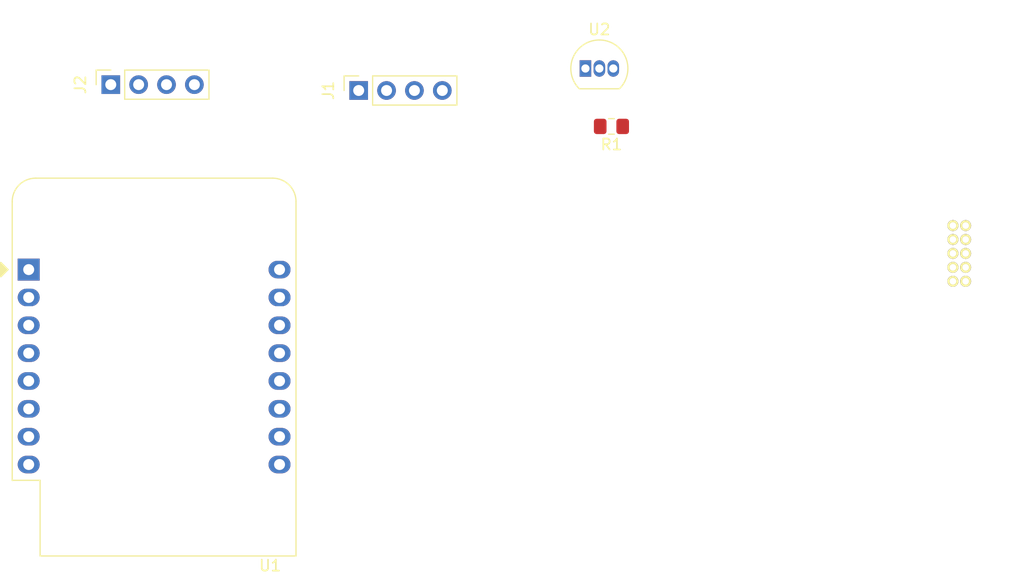
<source format=kicad_pcb>
(kicad_pcb (version 20171130) (host pcbnew 5.1.6-c6e7f7d~86~ubuntu18.04.1)

  (general
    (thickness 1.6)
    (drawings 0)
    (tracks 0)
    (zones 0)
    (modules 6)
    (nets 24)
  )

  (page A4)
  (layers
    (0 F.Cu signal)
    (31 B.Cu signal)
    (32 B.Adhes user)
    (33 F.Adhes user)
    (34 B.Paste user)
    (35 F.Paste user)
    (36 B.SilkS user)
    (37 F.SilkS user)
    (38 B.Mask user)
    (39 F.Mask user)
    (40 Dwgs.User user)
    (41 Cmts.User user)
    (42 Eco1.User user)
    (43 Eco2.User user)
    (44 Edge.Cuts user)
    (45 Margin user)
    (46 B.CrtYd user)
    (47 F.CrtYd user)
    (48 B.Fab user)
    (49 F.Fab user)
  )

  (setup
    (last_trace_width 0.25)
    (trace_clearance 0.2)
    (zone_clearance 0.508)
    (zone_45_only no)
    (trace_min 0.2)
    (via_size 0.8)
    (via_drill 0.4)
    (via_min_size 0.4)
    (via_min_drill 0.3)
    (uvia_size 0.3)
    (uvia_drill 0.1)
    (uvias_allowed no)
    (uvia_min_size 0.2)
    (uvia_min_drill 0.1)
    (edge_width 0.05)
    (segment_width 0.2)
    (pcb_text_width 0.3)
    (pcb_text_size 1.5 1.5)
    (mod_edge_width 0.12)
    (mod_text_size 1 1)
    (mod_text_width 0.15)
    (pad_size 1.524 1.524)
    (pad_drill 0.762)
    (pad_to_mask_clearance 0.05)
    (aux_axis_origin 0 0)
    (visible_elements FFFFFF7F)
    (pcbplotparams
      (layerselection 0x010fc_ffffffff)
      (usegerberextensions false)
      (usegerberattributes true)
      (usegerberadvancedattributes true)
      (creategerberjobfile true)
      (excludeedgelayer true)
      (linewidth 0.100000)
      (plotframeref false)
      (viasonmask false)
      (mode 1)
      (useauxorigin false)
      (hpglpennumber 1)
      (hpglpenspeed 20)
      (hpglpendiameter 15.000000)
      (psnegative false)
      (psa4output false)
      (plotreference true)
      (plotvalue true)
      (plotinvisibletext false)
      (padsonsilk false)
      (subtractmaskfromsilk false)
      (outputformat 1)
      (mirror false)
      (drillshape 1)
      (scaleselection 1)
      (outputdirectory ""))
  )

  (net 0 "")
  (net 1 SDA)
  (net 2 SCL)
  (net 3 GND)
  (net 4 +3V3)
  (net 5 1wire)
  (net 6 "Net-(U1-Pad16)")
  (net 7 "Net-(U1-Pad15)")
  (net 8 "Net-(U1-Pad12)")
  (net 9 "Net-(U1-Pad11)")
  (net 10 +5V)
  (net 11 "Net-(U1-Pad7)")
  (net 12 "Net-(U1-Pad6)")
  (net 13 "Net-(U1-Pad5)")
  (net 14 "Net-(U1-Pad4)")
  (net 15 "Net-(U1-Pad3)")
  (net 16 "Net-(U1-Pad1)")
  (net 17 "Net-(U1-Pad2)")
  (net 18 "Net-(U3-Pad6)")
  (net 19 "Net-(U3-Pad8)")
  (net 20 "Net-(U3-Pad10)")
  (net 21 PMS_TX)
  (net 22 PMS_RX)
  (net 23 "Net-(U3-Pad5)")

  (net_class Default "This is the default net class."
    (clearance 0.2)
    (trace_width 0.25)
    (via_dia 0.8)
    (via_drill 0.4)
    (uvia_dia 0.3)
    (uvia_drill 0.1)
    (add_net +3V3)
    (add_net +5V)
    (add_net 1wire)
    (add_net GND)
    (add_net "Net-(U1-Pad1)")
    (add_net "Net-(U1-Pad11)")
    (add_net "Net-(U1-Pad12)")
    (add_net "Net-(U1-Pad15)")
    (add_net "Net-(U1-Pad16)")
    (add_net "Net-(U1-Pad2)")
    (add_net "Net-(U1-Pad3)")
    (add_net "Net-(U1-Pad4)")
    (add_net "Net-(U1-Pad5)")
    (add_net "Net-(U1-Pad6)")
    (add_net "Net-(U1-Pad7)")
    (add_net "Net-(U3-Pad10)")
    (add_net "Net-(U3-Pad5)")
    (add_net "Net-(U3-Pad6)")
    (add_net "Net-(U3-Pad8)")
    (add_net PMS_RX)
    (add_net PMS_TX)
    (add_net SCL)
    (add_net SDA)
  )

  (module PMS7003:PMS7003 (layer F.Cu) (tedit 5AA2DA0C) (tstamp 5ED55876)
    (at 205.5241 107.0229)
    (path /5ED50022)
    (fp_text reference U3 (at 0 0.5) (layer F.Fab)
      (effects (font (size 0.5 0.5) (thickness 0.125)))
    )
    (fp_text value PMS7003 (at 0 -0.5) (layer F.Fab)
      (effects (font (size 0.5 0.5) (thickness 0.125)))
    )
    (fp_line (start 20.7 -5.5) (end 20.7 -15.5) (layer F.Fab) (width 0.1))
    (fp_line (start 20.7 -15.5) (end 14.7 -15.5) (layer F.Fab) (width 0.1))
    (fp_line (start 14.7 -15.5) (end 14.7 -5.5) (layer F.Fab) (width 0.1))
    (fp_line (start 14.7 -5.5) (end 20.7 -5.5) (layer F.Fab) (width 0.1))
    (fp_line (start 23.55 -18.35) (end 23.55 18.35) (layer F.Fab) (width 0.1))
    (fp_line (start 23.55 18.35) (end -23.55 18.35) (layer F.Fab) (width 0.1))
    (fp_line (start -23.55 18.35) (end -23.55 -18.35) (layer F.Fab) (width 0.1))
    (fp_line (start -23.55 -18.35) (end 23.55 -18.35) (layer F.Fab) (width 0.1))
    (pad 2 thru_hole circle (at 17.12 -13.04) (size 1 1) (drill 0.6) (layers *.Cu *.Mask F.SilkS)
      (net 10 +5V))
    (pad 4 thru_hole circle (at 17.12 -11.77) (size 1 1) (drill 0.6) (layers *.Cu *.Mask F.SilkS)
      (net 3 GND))
    (pad 6 thru_hole circle (at 17.12 -10.5) (size 1 1) (drill 0.6) (layers *.Cu *.Mask F.SilkS)
      (net 18 "Net-(U3-Pad6)"))
    (pad 8 thru_hole circle (at 17.12 -9.23) (size 1 1) (drill 0.6) (layers *.Cu *.Mask F.SilkS)
      (net 19 "Net-(U3-Pad8)"))
    (pad 10 thru_hole circle (at 17.12 -7.96) (size 1 1) (drill 0.6) (layers *.Cu *.Mask F.SilkS)
      (net 20 "Net-(U3-Pad10)"))
    (pad 9 thru_hole circle (at 18.28 -7.96) (size 1 1) (drill 0.6) (layers *.Cu *.Mask F.SilkS)
      (net 21 PMS_TX))
    (pad 7 thru_hole circle (at 18.28 -9.23) (size 1 1) (drill 0.6) (layers *.Cu *.Mask F.SilkS)
      (net 22 PMS_RX))
    (pad 5 thru_hole circle (at 18.28 -10.5) (size 1 1) (drill 0.6) (layers *.Cu *.Mask F.SilkS)
      (net 23 "Net-(U3-Pad5)"))
    (pad 3 thru_hole circle (at 18.28 -11.77) (size 1 1) (drill 0.6) (layers *.Cu *.Mask F.SilkS)
      (net 3 GND))
    (pad 1 thru_hole circle (at 18.28 -13.04) (size 1 1) (drill 0.6) (layers *.Cu *.Mask F.SilkS)
      (net 10 +5V))
    (model Sensors_Detectors/PMS7003.wrl
      (offset (xyz -0.2539999961853027 -1.523999977111816 11.81099982261658))
      (scale (xyz 1 1 1))
      (rotate (xyz 90 0 0))
    )
    (model ${KIPRJMOD}/parts/PMS7003/PMS7003.wrl
      (offset (xyz 0 -1.5 11.5))
      (scale (xyz 1 1 1))
      (rotate (xyz 90 0 0))
    )
  )

  (module Package_TO_SOT_THT:TO-92_Inline (layer F.Cu) (tedit 5A1DD157) (tstamp 5ED54F5D)
    (at 189.1538 79.6544)
    (descr "TO-92 leads in-line, narrow, oval pads, drill 0.75mm (see NXP sot054_po.pdf)")
    (tags "to-92 sc-43 sc-43a sot54 PA33 transistor")
    (path /5ED50ED5)
    (fp_text reference U2 (at 1.27 -3.56) (layer F.SilkS)
      (effects (font (size 1 1) (thickness 0.15)))
    )
    (fp_text value DS18B20 (at 1.27 2.79) (layer F.Fab)
      (effects (font (size 1 1) (thickness 0.15)))
    )
    (fp_line (start 4 2.01) (end -1.46 2.01) (layer F.CrtYd) (width 0.05))
    (fp_line (start 4 2.01) (end 4 -2.73) (layer F.CrtYd) (width 0.05))
    (fp_line (start -1.46 -2.73) (end -1.46 2.01) (layer F.CrtYd) (width 0.05))
    (fp_line (start -1.46 -2.73) (end 4 -2.73) (layer F.CrtYd) (width 0.05))
    (fp_line (start -0.5 1.75) (end 3 1.75) (layer F.Fab) (width 0.1))
    (fp_line (start -0.53 1.85) (end 3.07 1.85) (layer F.SilkS) (width 0.12))
    (fp_arc (start 1.27 0) (end 1.27 -2.6) (angle 135) (layer F.SilkS) (width 0.12))
    (fp_arc (start 1.27 0) (end 1.27 -2.48) (angle -135) (layer F.Fab) (width 0.1))
    (fp_arc (start 1.27 0) (end 1.27 -2.6) (angle -135) (layer F.SilkS) (width 0.12))
    (fp_arc (start 1.27 0) (end 1.27 -2.48) (angle 135) (layer F.Fab) (width 0.1))
    (fp_text user %R (at 1.27 -3.56) (layer F.Fab)
      (effects (font (size 1 1) (thickness 0.15)))
    )
    (pad 1 thru_hole rect (at 0 0) (size 1.05 1.5) (drill 0.75) (layers *.Cu *.Mask)
      (net 3 GND))
    (pad 3 thru_hole oval (at 2.54 0) (size 1.05 1.5) (drill 0.75) (layers *.Cu *.Mask)
      (net 4 +3V3))
    (pad 2 thru_hole oval (at 1.27 0) (size 1.05 1.5) (drill 0.75) (layers *.Cu *.Mask)
      (net 5 1wire))
    (model ${KISYS3DMOD}/Package_TO_SOT_THT.3dshapes/TO-92_Inline.wrl
      (at (xyz 0 0 0))
      (scale (xyz 1 1 1))
      (rotate (xyz 0 0 0))
    )
  )

  (module Module:WEMOS_D1_mini_light (layer F.Cu) (tedit 5BBFB1CE) (tstamp 5ED54F4B)
    (at 138.4177 97.9984)
    (descr "16-pin module, column spacing 22.86 mm (900 mils), https://wiki.wemos.cc/products:d1:d1_mini, https://c1.staticflickr.com/1/734/31400410271_f278b087db_z.jpg")
    (tags "ESP8266 WiFi microcontroller")
    (path /5ED4FF32)
    (fp_text reference U1 (at 22 27) (layer F.SilkS)
      (effects (font (size 1 1) (thickness 0.15)))
    )
    (fp_text value WeMos_D1_mini (at 11.7 0) (layer F.Fab)
      (effects (font (size 1 1) (thickness 0.15)))
    )
    (fp_line (start 1.04 19.22) (end 1.04 26.12) (layer F.SilkS) (width 0.12))
    (fp_line (start -1.5 19.22) (end 1.04 19.22) (layer F.SilkS) (width 0.12))
    (fp_line (start -0.37 0) (end -1.37 -1) (layer F.Fab) (width 0.1))
    (fp_line (start -1.37 1) (end -0.37 0) (layer F.Fab) (width 0.1))
    (fp_line (start -1.37 -6.21) (end -1.37 -1) (layer F.Fab) (width 0.1))
    (fp_line (start 1.17 19.09) (end 1.17 25.99) (layer F.Fab) (width 0.1))
    (fp_line (start -1.37 19.09) (end 1.17 19.09) (layer F.Fab) (width 0.1))
    (fp_line (start -1.35 -7.4) (end -0.55 -8.2) (layer Dwgs.User) (width 0.1))
    (fp_line (start -1.3 -5.45) (end 1.45 -8.2) (layer Dwgs.User) (width 0.1))
    (fp_line (start -1.35 -3.4) (end 3.45 -8.2) (layer Dwgs.User) (width 0.1))
    (fp_line (start 22.65 -1.4) (end 24.25 -3) (layer Dwgs.User) (width 0.1))
    (fp_line (start 20.65 -1.4) (end 24.25 -5) (layer Dwgs.User) (width 0.1))
    (fp_line (start 18.65 -1.4) (end 24.25 -7) (layer Dwgs.User) (width 0.1))
    (fp_line (start 16.65 -1.4) (end 23.45 -8.2) (layer Dwgs.User) (width 0.1))
    (fp_line (start 14.65 -1.4) (end 21.45 -8.2) (layer Dwgs.User) (width 0.1))
    (fp_line (start 12.65 -1.4) (end 19.45 -8.2) (layer Dwgs.User) (width 0.1))
    (fp_line (start 10.65 -1.4) (end 17.45 -8.2) (layer Dwgs.User) (width 0.1))
    (fp_line (start 8.65 -1.4) (end 15.45 -8.2) (layer Dwgs.User) (width 0.1))
    (fp_line (start 6.65 -1.4) (end 13.45 -8.2) (layer Dwgs.User) (width 0.1))
    (fp_line (start 4.65 -1.4) (end 11.45 -8.2) (layer Dwgs.User) (width 0.1))
    (fp_line (start 2.65 -1.4) (end 9.45 -8.2) (layer Dwgs.User) (width 0.1))
    (fp_line (start 0.65 -1.4) (end 7.45 -8.2) (layer Dwgs.User) (width 0.1))
    (fp_line (start -1.35 -1.4) (end 5.45 -8.2) (layer Dwgs.User) (width 0.1))
    (fp_line (start -1.35 -8.2) (end -1.35 -1.4) (layer Dwgs.User) (width 0.1))
    (fp_line (start 24.25 -8.2) (end -1.35 -8.2) (layer Dwgs.User) (width 0.1))
    (fp_line (start 24.25 -1.4) (end 24.25 -8.2) (layer Dwgs.User) (width 0.1))
    (fp_line (start -1.35 -1.4) (end 24.25 -1.4) (layer Dwgs.User) (width 0.1))
    (fp_poly (pts (xy -2.54 -0.635) (xy -2.54 0.635) (xy -1.905 0)) (layer F.SilkS) (width 0.15))
    (fp_line (start -1.62 26.24) (end -1.62 -8.46) (layer F.CrtYd) (width 0.05))
    (fp_line (start 24.48 26.24) (end -1.62 26.24) (layer F.CrtYd) (width 0.05))
    (fp_line (start 24.48 -8.41) (end 24.48 26.24) (layer F.CrtYd) (width 0.05))
    (fp_line (start -1.62 -8.46) (end 24.48 -8.46) (layer F.CrtYd) (width 0.05))
    (fp_line (start -1.37 1) (end -1.37 19.09) (layer F.Fab) (width 0.1))
    (fp_line (start 22.23 -8.21) (end 0.63 -8.21) (layer F.Fab) (width 0.1))
    (fp_line (start 24.23 25.99) (end 24.23 -6.21) (layer F.Fab) (width 0.1))
    (fp_line (start 1.17 25.99) (end 24.23 25.99) (layer F.Fab) (width 0.1))
    (fp_line (start 22.24 -8.34) (end 0.63 -8.34) (layer F.SilkS) (width 0.12))
    (fp_line (start 24.36 26.12) (end 24.36 -6.21) (layer F.SilkS) (width 0.12))
    (fp_line (start -1.5 19.22) (end -1.5 -6.21) (layer F.SilkS) (width 0.12))
    (fp_line (start 1.04 26.12) (end 24.36 26.12) (layer F.SilkS) (width 0.12))
    (fp_text user "No copper" (at 11.43 -3.81) (layer Cmts.User)
      (effects (font (size 1 1) (thickness 0.15)))
    )
    (fp_text user "KEEP OUT" (at 11.43 -6.35) (layer Cmts.User)
      (effects (font (size 1 1) (thickness 0.15)))
    )
    (fp_arc (start 22.23 -6.21) (end 24.36 -6.21) (angle -90) (layer F.SilkS) (width 0.12))
    (fp_arc (start 0.63 -6.21) (end 0.63 -8.34) (angle -90) (layer F.SilkS) (width 0.12))
    (fp_arc (start 22.23 -6.21) (end 24.23 -6.19) (angle -90) (layer F.Fab) (width 0.1))
    (fp_arc (start 0.63 -6.21) (end 0.63 -8.21) (angle -90) (layer F.Fab) (width 0.1))
    (fp_text user %R (at 11.43 10) (layer F.Fab)
      (effects (font (size 1 1) (thickness 0.15)))
    )
    (pad 16 thru_hole oval (at 22.86 0) (size 2 1.6) (drill 1) (layers *.Cu *.Mask)
      (net 6 "Net-(U1-Pad16)"))
    (pad 15 thru_hole oval (at 22.86 2.54) (size 2 1.6) (drill 1) (layers *.Cu *.Mask)
      (net 7 "Net-(U1-Pad15)"))
    (pad 14 thru_hole oval (at 22.86 5.08) (size 2 1.6) (drill 1) (layers *.Cu *.Mask)
      (net 2 SCL))
    (pad 13 thru_hole oval (at 22.86 7.62) (size 2 1.6) (drill 1) (layers *.Cu *.Mask)
      (net 1 SDA))
    (pad 12 thru_hole oval (at 22.86 10.16) (size 2 1.6) (drill 1) (layers *.Cu *.Mask)
      (net 8 "Net-(U1-Pad12)"))
    (pad 11 thru_hole oval (at 22.86 12.7) (size 2 1.6) (drill 1) (layers *.Cu *.Mask)
      (net 9 "Net-(U1-Pad11)"))
    (pad 10 thru_hole oval (at 22.86 15.24) (size 2 1.6) (drill 1) (layers *.Cu *.Mask)
      (net 3 GND))
    (pad 9 thru_hole oval (at 22.86 17.78) (size 2 1.6) (drill 1) (layers *.Cu *.Mask)
      (net 10 +5V))
    (pad 8 thru_hole oval (at 0 17.78) (size 2 1.6) (drill 1) (layers *.Cu *.Mask)
      (net 4 +3V3))
    (pad 7 thru_hole oval (at 0 15.24) (size 2 1.6) (drill 1) (layers *.Cu *.Mask)
      (net 11 "Net-(U1-Pad7)"))
    (pad 6 thru_hole oval (at 0 12.7) (size 2 1.6) (drill 1) (layers *.Cu *.Mask)
      (net 12 "Net-(U1-Pad6)"))
    (pad 5 thru_hole oval (at 0 10.16) (size 2 1.6) (drill 1) (layers *.Cu *.Mask)
      (net 13 "Net-(U1-Pad5)"))
    (pad 4 thru_hole oval (at 0 7.62) (size 2 1.6) (drill 1) (layers *.Cu *.Mask)
      (net 14 "Net-(U1-Pad4)"))
    (pad 3 thru_hole oval (at 0 5.08) (size 2 1.6) (drill 1) (layers *.Cu *.Mask)
      (net 15 "Net-(U1-Pad3)"))
    (pad 1 thru_hole rect (at 0 0) (size 2 2) (drill 1) (layers *.Cu *.Mask)
      (net 16 "Net-(U1-Pad1)"))
    (pad 2 thru_hole oval (at 0 2.54) (size 2 1.6) (drill 1) (layers *.Cu *.Mask)
      (net 17 "Net-(U1-Pad2)"))
    (model ${KISYS3DMOD}/Module.3dshapes/WEMOS_D1_mini_light.wrl
      (at (xyz 0 0 0))
      (scale (xyz 1 1 1))
      (rotate (xyz 0 0 0))
    )
    (model ${KISYS3DMOD}/Connector_PinHeader_2.54mm.3dshapes/PinHeader_1x08_P2.54mm_Vertical.wrl
      (offset (xyz 0 0 9.5))
      (scale (xyz 1 1 1))
      (rotate (xyz 0 -180 0))
    )
    (model ${KISYS3DMOD}/Connector_PinHeader_2.54mm.3dshapes/PinHeader_1x08_P2.54mm_Vertical.wrl
      (offset (xyz 22.86 0 9.5))
      (scale (xyz 1 1 1))
      (rotate (xyz 0 -180 0))
    )
    (model ${KISYS3DMOD}/Connector_PinSocket_2.54mm.3dshapes/PinSocket_1x08_P2.54mm_Vertical.wrl
      (at (xyz 0 0 0))
      (scale (xyz 1 1 1))
      (rotate (xyz 0 0 0))
    )
    (model ${KISYS3DMOD}/Connector_PinSocket_2.54mm.3dshapes/PinSocket_1x08_P2.54mm_Vertical.wrl
      (offset (xyz 22.86 0 0))
      (scale (xyz 1 1 1))
      (rotate (xyz 0 0 0))
    )
    (model "${KIPRJMOD}/parts/wemos-d1-mini-kicad/3dshapes/wemos_d1_mini.3dshapes/wemos d1 mini.stl"
      (at (xyz 0 0 0))
      (scale (xyz 1 1 1))
      (rotate (xyz 0 0 0))
    )
  )

  (module Resistor_SMD:R_0805_2012Metric_Pad1.15x1.40mm_HandSolder (layer F.Cu) (tedit 5B36C52B) (tstamp 5ED54F08)
    (at 191.525 84.9376 180)
    (descr "Resistor SMD 0805 (2012 Metric), square (rectangular) end terminal, IPC_7351 nominal with elongated pad for handsoldering. (Body size source: https://docs.google.com/spreadsheets/d/1BsfQQcO9C6DZCsRaXUlFlo91Tg2WpOkGARC1WS5S8t0/edit?usp=sharing), generated with kicad-footprint-generator")
    (tags "resistor handsolder")
    (path /5ED59482)
    (attr smd)
    (fp_text reference R1 (at 0 -1.65) (layer F.SilkS)
      (effects (font (size 1 1) (thickness 0.15)))
    )
    (fp_text value 4K7 (at 0 1.65) (layer F.Fab)
      (effects (font (size 1 1) (thickness 0.15)))
    )
    (fp_line (start 1.85 0.95) (end -1.85 0.95) (layer F.CrtYd) (width 0.05))
    (fp_line (start 1.85 -0.95) (end 1.85 0.95) (layer F.CrtYd) (width 0.05))
    (fp_line (start -1.85 -0.95) (end 1.85 -0.95) (layer F.CrtYd) (width 0.05))
    (fp_line (start -1.85 0.95) (end -1.85 -0.95) (layer F.CrtYd) (width 0.05))
    (fp_line (start -0.261252 0.71) (end 0.261252 0.71) (layer F.SilkS) (width 0.12))
    (fp_line (start -0.261252 -0.71) (end 0.261252 -0.71) (layer F.SilkS) (width 0.12))
    (fp_line (start 1 0.6) (end -1 0.6) (layer F.Fab) (width 0.1))
    (fp_line (start 1 -0.6) (end 1 0.6) (layer F.Fab) (width 0.1))
    (fp_line (start -1 -0.6) (end 1 -0.6) (layer F.Fab) (width 0.1))
    (fp_line (start -1 0.6) (end -1 -0.6) (layer F.Fab) (width 0.1))
    (fp_text user %R (at 0 0) (layer F.Fab)
      (effects (font (size 0.5 0.5) (thickness 0.08)))
    )
    (pad 2 smd roundrect (at 1.025 0 180) (size 1.15 1.4) (layers F.Cu F.Paste F.Mask) (roundrect_rratio 0.217391)
      (net 5 1wire))
    (pad 1 smd roundrect (at -1.025 0 180) (size 1.15 1.4) (layers F.Cu F.Paste F.Mask) (roundrect_rratio 0.217391)
      (net 4 +3V3))
    (model ${KISYS3DMOD}/Resistor_SMD.3dshapes/R_0805_2012Metric.wrl
      (at (xyz 0 0 0))
      (scale (xyz 1 1 1))
      (rotate (xyz 0 0 0))
    )
  )

  (module Connector_PinSocket_2.54mm:PinSocket_1x04_P2.54mm_Vertical (layer F.Cu) (tedit 5A19A429) (tstamp 5ED54EF7)
    (at 145.8976 81.1276 90)
    (descr "Through hole straight socket strip, 1x04, 2.54mm pitch, single row (from Kicad 4.0.7), script generated")
    (tags "Through hole socket strip THT 1x04 2.54mm single row")
    (path /5ED57E78)
    (fp_text reference J2 (at 0 -2.77 90) (layer F.SilkS)
      (effects (font (size 1 1) (thickness 0.15)))
    )
    (fp_text value Conn_01x04_Female (at 0 10.39 90) (layer F.Fab)
      (effects (font (size 1 1) (thickness 0.15)))
    )
    (fp_line (start -1.8 9.4) (end -1.8 -1.8) (layer F.CrtYd) (width 0.05))
    (fp_line (start 1.75 9.4) (end -1.8 9.4) (layer F.CrtYd) (width 0.05))
    (fp_line (start 1.75 -1.8) (end 1.75 9.4) (layer F.CrtYd) (width 0.05))
    (fp_line (start -1.8 -1.8) (end 1.75 -1.8) (layer F.CrtYd) (width 0.05))
    (fp_line (start 0 -1.33) (end 1.33 -1.33) (layer F.SilkS) (width 0.12))
    (fp_line (start 1.33 -1.33) (end 1.33 0) (layer F.SilkS) (width 0.12))
    (fp_line (start 1.33 1.27) (end 1.33 8.95) (layer F.SilkS) (width 0.12))
    (fp_line (start -1.33 8.95) (end 1.33 8.95) (layer F.SilkS) (width 0.12))
    (fp_line (start -1.33 1.27) (end -1.33 8.95) (layer F.SilkS) (width 0.12))
    (fp_line (start -1.33 1.27) (end 1.33 1.27) (layer F.SilkS) (width 0.12))
    (fp_line (start -1.27 8.89) (end -1.27 -1.27) (layer F.Fab) (width 0.1))
    (fp_line (start 1.27 8.89) (end -1.27 8.89) (layer F.Fab) (width 0.1))
    (fp_line (start 1.27 -0.635) (end 1.27 8.89) (layer F.Fab) (width 0.1))
    (fp_line (start 0.635 -1.27) (end 1.27 -0.635) (layer F.Fab) (width 0.1))
    (fp_line (start -1.27 -1.27) (end 0.635 -1.27) (layer F.Fab) (width 0.1))
    (fp_text user %R (at 0 3.81) (layer F.Fab)
      (effects (font (size 1 1) (thickness 0.15)))
    )
    (pad 4 thru_hole oval (at 0 7.62 90) (size 1.7 1.7) (drill 1) (layers *.Cu *.Mask)
      (net 1 SDA))
    (pad 3 thru_hole oval (at 0 5.08 90) (size 1.7 1.7) (drill 1) (layers *.Cu *.Mask)
      (net 2 SCL))
    (pad 2 thru_hole oval (at 0 2.54 90) (size 1.7 1.7) (drill 1) (layers *.Cu *.Mask)
      (net 3 GND))
    (pad 1 thru_hole rect (at 0 0 90) (size 1.7 1.7) (drill 1) (layers *.Cu *.Mask)
      (net 4 +3V3))
    (model ${KISYS3DMOD}/Connector_PinSocket_2.54mm.3dshapes/PinSocket_1x04_P2.54mm_Vertical.wrl
      (at (xyz 0 0 0))
      (scale (xyz 1 1 1))
      (rotate (xyz 0 0 0))
    )
  )

  (module Connector_PinSocket_2.54mm:PinSocket_1x04_P2.54mm_Vertical (layer F.Cu) (tedit 5A19A429) (tstamp 5ED54EDF)
    (at 168.4909 81.661 90)
    (descr "Through hole straight socket strip, 1x04, 2.54mm pitch, single row (from Kicad 4.0.7), script generated")
    (tags "Through hole socket strip THT 1x04 2.54mm single row")
    (path /5ED51CE9)
    (fp_text reference J1 (at 0 -2.77 90) (layer F.SilkS)
      (effects (font (size 1 1) (thickness 0.15)))
    )
    (fp_text value Conn_01x04_Female (at 0 10.39 90) (layer F.Fab)
      (effects (font (size 1 1) (thickness 0.15)))
    )
    (fp_line (start -1.8 9.4) (end -1.8 -1.8) (layer F.CrtYd) (width 0.05))
    (fp_line (start 1.75 9.4) (end -1.8 9.4) (layer F.CrtYd) (width 0.05))
    (fp_line (start 1.75 -1.8) (end 1.75 9.4) (layer F.CrtYd) (width 0.05))
    (fp_line (start -1.8 -1.8) (end 1.75 -1.8) (layer F.CrtYd) (width 0.05))
    (fp_line (start 0 -1.33) (end 1.33 -1.33) (layer F.SilkS) (width 0.12))
    (fp_line (start 1.33 -1.33) (end 1.33 0) (layer F.SilkS) (width 0.12))
    (fp_line (start 1.33 1.27) (end 1.33 8.95) (layer F.SilkS) (width 0.12))
    (fp_line (start -1.33 8.95) (end 1.33 8.95) (layer F.SilkS) (width 0.12))
    (fp_line (start -1.33 1.27) (end -1.33 8.95) (layer F.SilkS) (width 0.12))
    (fp_line (start -1.33 1.27) (end 1.33 1.27) (layer F.SilkS) (width 0.12))
    (fp_line (start -1.27 8.89) (end -1.27 -1.27) (layer F.Fab) (width 0.1))
    (fp_line (start 1.27 8.89) (end -1.27 8.89) (layer F.Fab) (width 0.1))
    (fp_line (start 1.27 -0.635) (end 1.27 8.89) (layer F.Fab) (width 0.1))
    (fp_line (start 0.635 -1.27) (end 1.27 -0.635) (layer F.Fab) (width 0.1))
    (fp_line (start -1.27 -1.27) (end 0.635 -1.27) (layer F.Fab) (width 0.1))
    (fp_text user %R (at 0 3.81) (layer F.Fab)
      (effects (font (size 1 1) (thickness 0.15)))
    )
    (pad 4 thru_hole oval (at 0 7.62 90) (size 1.7 1.7) (drill 1) (layers *.Cu *.Mask)
      (net 1 SDA))
    (pad 3 thru_hole oval (at 0 5.08 90) (size 1.7 1.7) (drill 1) (layers *.Cu *.Mask)
      (net 2 SCL))
    (pad 2 thru_hole oval (at 0 2.54 90) (size 1.7 1.7) (drill 1) (layers *.Cu *.Mask)
      (net 3 GND))
    (pad 1 thru_hole rect (at 0 0 90) (size 1.7 1.7) (drill 1) (layers *.Cu *.Mask)
      (net 4 +3V3))
    (model ${KISYS3DMOD}/Connector_PinSocket_2.54mm.3dshapes/PinSocket_1x04_P2.54mm_Vertical.wrl
      (at (xyz 0 0 0))
      (scale (xyz 1 1 1))
      (rotate (xyz 0 0 0))
    )
  )

)

</source>
